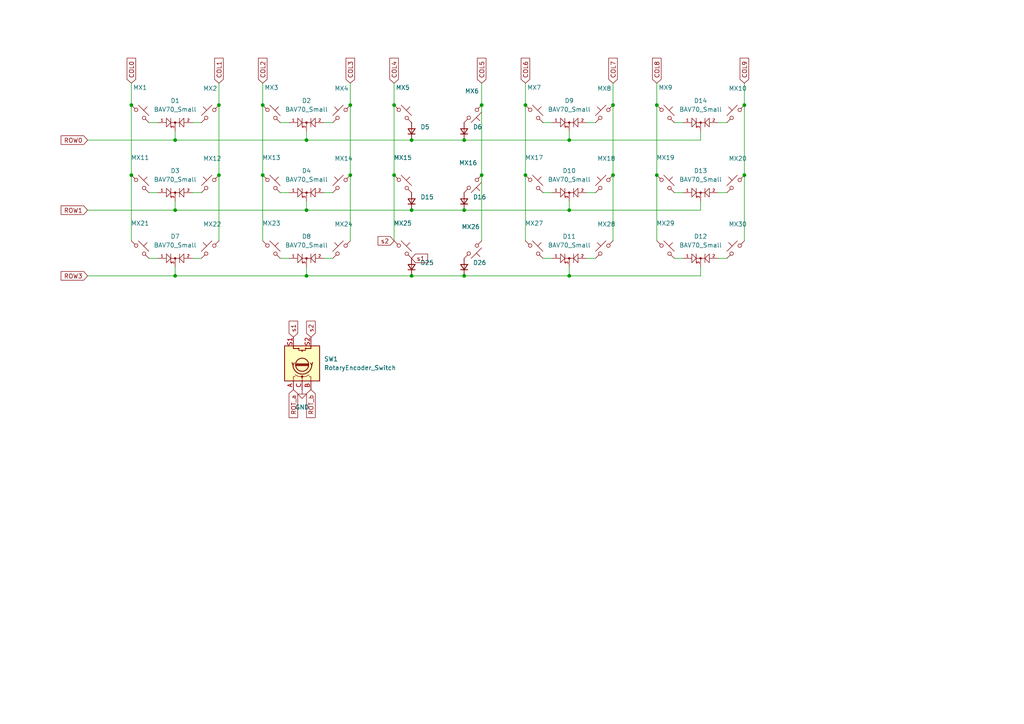
<source format=kicad_sch>
(kicad_sch (version 20231120) (generator "eeschema") (generator_version "8.0")
  (paper "A4")
  (lib_symbols
    (symbol "Device:D_Small" (pin_numbers hide) (pin_names (offset 0.254) hide)
      (property "Reference" "D" (at -1.27 2.032 0))
      (property "Value" "D_Small" (at -3.81 -2.032 0))
      (symbol "D_Small_0_1"
        (polyline (pts (xy -0.762 -1.016) (xy -0.762 1.016)) (stroke (width 0.254)))
        (polyline (pts (xy -0.762 0) (xy 0.762 0)))
        (polyline (pts (xy 0.762 -1.016) (xy -0.762 0) (xy 0.762 1.016) (xy 0.762 -1.016)) (stroke (width 0.254)))
      )
      (symbol "D_Small_1_1"
        (pin passive line (at -2.54 0 0) (length 1.778) (name "K") (number "1"))
        (pin passive line (at 2.54 0 180) (length 1.778) (name "A") (number "2"))
      )
    )
    (symbol "Device:RotaryEncoder_Switch" (pin_names (offset 0.254) hide)
      (property "Reference" "SW" (at 0 6.604 0))
      (property "Value" "RotaryEncoder_Switch" (at 0 -6.604 0))
      (symbol "RotaryEncoder_Switch_0_1"
        (rectangle (start -5.08 5.08) (end 5.08 -5.08) (stroke (width 0.254)) (fill (type background)))
        (circle (center -3.81 0) (radius 0.254) (fill (type outline)))
        (circle (center -0.381 0) (radius 1.905) (stroke (width 0.254)))
        (arc (start -0.381 2.667) (mid -3.0988 -0.0635) (end -0.381 -2.794) (stroke (width 0.254)))
        (polyline (pts (xy -0.635 -1.778) (xy -0.635 1.778)) (stroke (width 0.254)))
        (polyline (pts (xy -0.381 -1.778) (xy -0.381 1.778)) (stroke (width 0.254)))
        (polyline (pts (xy -0.127 1.778) (xy -0.127 -1.778)) (stroke (width 0.254)))
        (polyline (pts (xy 3.81 0) (xy 3.429 0)) (stroke (width 0.254)))
        (polyline (pts (xy 3.81 1.016) (xy 3.81 -1.016)) (stroke (width 0.254)))
        (polyline (pts (xy -5.08 -2.54) (xy -3.81 -2.54) (xy -3.81 -2.032)))
        (polyline (pts (xy -5.08 2.54) (xy -3.81 2.54) (xy -3.81 2.032)))
        (polyline (pts (xy 0.254 -3.048) (xy -0.508 -2.794) (xy 0.127 -2.413)) (stroke (width 0.254)))
        (polyline (pts (xy 0.254 2.921) (xy -0.508 2.667) (xy 0.127 2.286)) (stroke (width 0.254)))
        (polyline (pts (xy 5.08 -2.54) (xy 4.318 -2.54) (xy 4.318 -1.016)) (stroke (width 0.254)))
        (polyline (pts (xy 5.08 2.54) (xy 4.318 2.54) (xy 4.318 1.016)) (stroke (width 0.254)))
        (polyline (pts (xy -5.08 0) (xy -3.81 0) (xy -3.81 -1.016) (xy -3.302 -2.032)))
        (polyline (pts (xy -4.318 0) (xy -3.81 0) (xy -3.81 1.016) (xy -3.302 2.032)))
        (circle (center 4.318 -1.016) (radius 0.127) (stroke (width 0.254)))
        (circle (center 4.318 1.016) (radius 0.127) (stroke (width 0.254)))
      )
      (symbol "RotaryEncoder_Switch_1_1"
        (pin passive line (at -7.62 2.54 0) (length 2.54) (name "A") (number "A"))
        (pin passive line (at -7.62 -2.54 0) (length 2.54) (name "B") (number "B"))
        (pin passive line (at -7.62 0 0) (length 2.54) (name "C") (number "C"))
        (pin passive line (at 7.62 2.54 180) (length 2.54) (name "S1") (number "S1"))
        (pin passive line (at 7.62 -2.54 180) (length 2.54) (name "S2") (number "S2"))
      )
    )
    (symbol "PCM_marbastlib-mx:MX_SW_HS_CPG151101S11" (pin_numbers hide) (pin_names (offset 1.016) hide)
      (property "Reference" "MX" (at 3.048 1.016 0))
      (property "Value" "MX_SW_HS" (at 0 -3.81 0))
      (symbol "MX_SW_HS_CPG151101S11_0_1"
        (circle (center -1.1684 1.1684) (radius 0.508))
        (polyline (pts (xy -0.508 2.54) (xy 2.54 -0.508)))
        (polyline (pts (xy 1.016 1.016) (xy 2.032 2.032)))
        (polyline (pts (xy -2.54 2.54) (xy -1.524 1.524) (xy -1.524 1.524)))
        (polyline (pts (xy 1.524 -1.524) (xy 2.54 -2.54) (xy 2.54 -2.54) (xy 2.54 -2.54)))
        (circle (center 1.143 -1.1938) (radius 0.508))
        (pin passive line (at -2.54 2.54 0) (length 0) (name "1") (number "1"))
        (pin passive line (at 2.54 -2.54 180) (length 0) (name "2") (number "2"))
      )
    )
    (symbol "PCM_marbastlib-various:BAV70_Small" (pin_names (offset 0.762) hide)
      (property "Reference" "D" (at 0.635 -2.54 0))
      (property "Value" "BAV70_Small" (at 0 2.54 0))
      (symbol "BAV70_Small_0_1"
        (polyline (pts (xy -1.27 1.27) (xy -1.27 -1.27)))
        (polyline (pts (xy 1.27 0) (xy -1.27 0)))
        (polyline (pts (xy 1.27 1.27) (xy 1.27 -1.27)))
        (polyline (pts (xy -2.54 1.27) (xy -2.54 -1.27) (xy -1.27 0) (xy -2.54 1.27)))
        (polyline (pts (xy 2.54 1.27) (xy 2.54 -1.27) (xy 1.27 0) (xy 2.54 1.27)))
        (circle (center 0 0) (radius 0.254) (fill (type outline)))
      )
      (symbol "BAV70_Small_1_1"
        (pin input line (at -5.08 0 0) (length 2.54) (name "A1") (number "1"))
        (pin input line (at 5.08 0 180) (length 2.54) (name "A2") (number "2"))
        (pin passive line (at 0 -2.54 90) (length 2.54) (name "K") (number "3"))
      )
    )
    (symbol "power:GND" (power) (pin_numbers hide) (pin_names (offset 0) hide)
      (property "Value" "GND" (at 0 -3.81 0))
      (symbol "GND_0_1"
        (polyline (pts (xy 0 0) (xy 0 -1.27) (xy 1.27 -1.27) (xy 0 -2.54) (xy -1.27 -1.27) (xy 0 -1.27)))
      )
      (symbol "GND_1_1"
        (pin power_in line (at 0 0 270) (length 0) (name "~") (number "1"))
      )
    )
  )
  (junction (at 76.2 30.48))
  (junction (at 88.9 40.64))
  (junction (at 50.8 60.96))
  (junction (at 63.5 50.8))
  (junction (at 119.38 80.01))
  (junction (at 139.7 50.8))
  (junction (at 152.4 30.48))
  (junction (at 101.6 50.8))
  (junction (at 63.5 30.48))
  (junction (at 50.8 40.64))
  (junction (at 50.8 80.01))
  (junction (at 38.1 50.8))
  (junction (at 114.3 50.8))
  (junction (at 38.1 30.48))
  (junction (at 215.9 50.8))
  (junction (at 139.7 30.48))
  (junction (at 101.6 30.48))
  (junction (at 134.62 60.96))
  (junction (at 165.1 80.01))
  (junction (at 177.8 50.8))
  (junction (at 165.1 60.96))
  (junction (at 190.5 30.48))
  (junction (at 119.38 40.64))
  (junction (at 152.4 50.8))
  (junction (at 119.38 60.96))
  (junction (at 165.1 40.64))
  (junction (at 177.8 30.48))
  (junction (at 114.3 30.48))
  (junction (at 215.9 30.48))
  (junction (at 134.62 80.01))
  (junction (at 190.5 50.8))
  (junction (at 88.9 80.01))
  (junction (at 88.9 60.96))
  (junction (at 76.2 50.8))
  (junction (at 134.62 40.64))
  (wire (pts (xy 93.98 55.88) (xy 96.52 55.88)))
  (wire (pts (xy 157.48 55.88) (xy 160.02 55.88)))
  (wire (pts (xy 55.88 55.88) (xy 58.42 55.88)))
  (wire (pts (xy 170.18 74.93) (xy 172.72 74.93)))
  (wire (pts (xy 38.1 30.48) (xy 38.1 50.8)))
  (wire (pts (xy 50.8 60.96) (xy 88.9 60.96)))
  (wire (pts (xy 152.4 30.48) (xy 152.4 50.8)))
  (wire (pts (xy 76.2 30.48) (xy 76.2 50.8)))
  (wire (pts (xy 43.18 55.88) (xy 45.72 55.88)))
  (wire (pts (xy 88.9 60.96) (xy 88.9 58.42)))
  (wire (pts (xy 195.58 55.88) (xy 198.12 55.88)))
  (wire (pts (xy 203.2 80.01) (xy 203.2 77.47)))
  (wire (pts (xy 119.38 40.64) (xy 134.62 40.64)))
  (wire (pts (xy 195.58 35.56) (xy 198.12 35.56)))
  (wire (pts (xy 203.2 40.64) (xy 203.2 38.1)))
  (wire (pts (xy 93.98 35.56) (xy 96.52 35.56)))
  (wire (pts (xy 177.8 24.13) (xy 177.8 30.48)))
  (wire (pts (xy 50.8 40.64) (xy 88.9 40.64)))
  (wire (pts (xy 165.1 60.96) (xy 203.2 60.96)))
  (wire (pts (xy 50.8 80.01) (xy 88.9 80.01)))
  (wire (pts (xy 63.5 30.48) (xy 63.5 50.8)))
  (wire (pts (xy 165.1 80.01) (xy 165.1 77.47)))
  (wire (pts (xy 165.1 80.01) (xy 203.2 80.01)))
  (wire (pts (xy 139.7 24.13) (xy 139.7 30.48)))
  (wire (pts (xy 177.8 30.48) (xy 177.8 50.8)))
  (wire (pts (xy 203.2 60.96) (xy 203.2 58.42)))
  (wire (pts (xy 88.9 60.96) (xy 119.38 60.96)))
  (wire (pts (xy 215.9 50.8) (xy 215.9 69.85)))
  (wire (pts (xy 215.9 24.13) (xy 215.9 30.48)))
  (wire (pts (xy 139.7 50.8) (xy 139.7 69.85)))
  (wire (pts (xy 88.9 80.01) (xy 119.38 80.01)))
  (wire (pts (xy 88.9 80.01) (xy 88.9 77.47)))
  (wire (pts (xy 190.5 24.13) (xy 190.5 30.48)))
  (wire (pts (xy 81.28 55.88) (xy 83.82 55.88)))
  (wire (pts (xy 81.28 35.56) (xy 83.82 35.56)))
  (wire (pts (xy 165.1 40.64) (xy 165.1 38.1)))
  (wire (pts (xy 139.7 30.48) (xy 139.7 50.8)))
  (wire (pts (xy 134.62 40.64) (xy 165.1 40.64)))
  (wire (pts (xy 50.8 80.01) (xy 50.8 77.47)))
  (wire (pts (xy 76.2 50.8) (xy 76.2 69.85)))
  (wire (pts (xy 114.3 30.48) (xy 114.3 50.8)))
  (wire (pts (xy 88.9 40.64) (xy 88.9 38.1)))
  (wire (pts (xy 55.88 35.56) (xy 58.42 35.56)))
  (wire (pts (xy 76.2 24.13) (xy 76.2 30.48)))
  (wire (pts (xy 152.4 50.8) (xy 152.4 69.85)))
  (wire (pts (xy 25.4 40.64) (xy 50.8 40.64)))
  (wire (pts (xy 55.88 74.93) (xy 58.42 74.93)))
  (wire (pts (xy 50.8 40.64) (xy 50.8 38.1)))
  (wire (pts (xy 170.18 35.56) (xy 172.72 35.56)))
  (wire (pts (xy 134.62 60.96) (xy 165.1 60.96)))
  (wire (pts (xy 208.28 55.88) (xy 210.82 55.88)))
  (wire (pts (xy 25.4 60.96) (xy 50.8 60.96)))
  (wire (pts (xy 119.38 80.01) (xy 134.62 80.01)))
  (wire (pts (xy 195.58 74.93) (xy 198.12 74.93)))
  (wire (pts (xy 114.3 50.8) (xy 114.3 69.85)))
  (wire (pts (xy 93.98 74.93) (xy 96.52 74.93)))
  (wire (pts (xy 165.1 40.64) (xy 203.2 40.64)))
  (wire (pts (xy 101.6 24.13) (xy 101.6 30.48)))
  (wire (pts (xy 25.4 80.01) (xy 50.8 80.01)))
  (wire (pts (xy 81.28 74.93) (xy 83.82 74.93)))
  (wire (pts (xy 134.62 80.01) (xy 165.1 80.01)))
  (wire (pts (xy 63.5 50.8) (xy 63.5 69.85)))
  (wire (pts (xy 101.6 30.48) (xy 101.6 50.8)))
  (wire (pts (xy 157.48 74.93) (xy 160.02 74.93)))
  (wire (pts (xy 43.18 74.93) (xy 45.72 74.93)))
  (wire (pts (xy 43.18 35.56) (xy 45.72 35.56)))
  (wire (pts (xy 114.3 24.13) (xy 114.3 30.48)))
  (wire (pts (xy 157.48 35.56) (xy 160.02 35.56)))
  (wire (pts (xy 88.9 40.64) (xy 119.38 40.64)))
  (wire (pts (xy 170.18 55.88) (xy 172.72 55.88)))
  (wire (pts (xy 190.5 50.8) (xy 190.5 69.85)))
  (wire (pts (xy 38.1 24.13) (xy 38.1 30.48)))
  (wire (pts (xy 208.28 35.56) (xy 210.82 35.56)))
  (wire (pts (xy 152.4 24.13) (xy 152.4 30.48)))
  (wire (pts (xy 50.8 60.96) (xy 50.8 58.42)))
  (wire (pts (xy 63.5 24.13) (xy 63.5 30.48)))
  (wire (pts (xy 208.28 74.93) (xy 210.82 74.93)))
  (wire (pts (xy 38.1 50.8) (xy 38.1 69.85)))
  (wire (pts (xy 119.38 60.96) (xy 134.62 60.96)))
  (wire (pts (xy 101.6 50.8) (xy 101.6 69.85)))
  (wire (pts (xy 215.9 30.48) (xy 215.9 50.8)))
  (wire (pts (xy 190.5 30.48) (xy 190.5 50.8)))
  (wire (pts (xy 177.8 50.8) (xy 177.8 69.85)))
  (wire (pts (xy 165.1 60.96) (xy 165.1 58.42)))
  (global_label "COL3" (shape input) (at 101.6 24.13 90) (property "Intersheetrefs" "${INTERSHEET_REFS}" (effects (hide yes))))
  (global_label "COL2" (shape input) (at 76.2 24.13 90) (property "Intersheetrefs" "${INTERSHEET_REFS}" (effects (hide yes))))
  (global_label "s1" (shape input) (at 85.09 97.79 90) (property "Intersheetrefs" "${INTERSHEET_REFS}" (effects (hide yes))))
  (global_label "ROW1" (shape input) (at 25.4 60.96 180) (property "Intersheetrefs" "${INTERSHEET_REFS}" (effects (hide yes))))
  (global_label "COL4" (shape input) (at 114.3 24.13 90) (property "Intersheetrefs" "${INTERSHEET_REFS}" (effects (hide yes))))
  (global_label "COL5" (shape input) (at 139.7 24.13 90) (property "Intersheetrefs" "${INTERSHEET_REFS}" (effects (hide yes))))
  (global_label "s2" (shape input) (at 90.17 97.79 90) (property "Intersheetrefs" "${INTERSHEET_REFS}" (effects (hide yes))))
  (global_label "ROT_b" (shape input) (at 90.17 113.03 270) (property "Intersheetrefs" "${INTERSHEET_REFS}" (effects (hide yes))))
  (global_label "s1" (shape input) (at 119.38 74.93 0) (property "Intersheetrefs" "${INTERSHEET_REFS}" (effects (hide yes))))
  (global_label "COL9" (shape input) (at 215.9 24.13 90) (property "Intersheetrefs" "${INTERSHEET_REFS}" (effects (hide yes))))
  (global_label "COL8" (shape input) (at 190.5 24.13 90) (property "Intersheetrefs" "${INTERSHEET_REFS}" (effects (hide yes))))
  (global_label "COL1" (shape input) (at 63.5 24.13 90) (property "Intersheetrefs" "${INTERSHEET_REFS}" (effects (hide yes))))
  (global_label "COL6" (shape input) (at 152.4 24.13 90) (property "Intersheetrefs" "${INTERSHEET_REFS}" (effects (hide yes))))
  (global_label "ROW3" (shape input) (at 25.4 80.01 180) (property "Intersheetrefs" "${INTERSHEET_REFS}" (effects (hide yes))))
  (global_label "s2" (shape input) (at 114.3 69.85 180) (property "Intersheetrefs" "${INTERSHEET_REFS}" (effects (hide yes))))
  (global_label "COL7" (shape input) (at 177.8 24.13 90) (property "Intersheetrefs" "${INTERSHEET_REFS}" (effects (hide yes))))
  (global_label "ROW0" (shape input) (at 25.4 40.64 180) (property "Intersheetrefs" "${INTERSHEET_REFS}" (effects (hide yes))))
  (global_label "COL0" (shape input) (at 38.1 24.13 90) (property "Intersheetrefs" "${INTERSHEET_REFS}" (effects (hide yes))))
  (global_label "ROT_a" (shape input) (at 85.09 113.03 270) (property "Intersheetrefs" "${INTERSHEET_REFS}" (effects (hide yes))))
  (symbol (lib_id "PCM_marbastlib-various:BAV70_Small") (at 88.9 35.56 0) (unit 1)
    (property "Reference" "D2" (at 88.9 29.21 0))
    (property "Value" "BAV70_Small" (at 88.9 31.75 0))
    (property "Footprint" "Package_TO_SOT_SMD:SOT-23" (effects (hide yes)))
    (property "Datasheet" "https://assets.nexperia.com/documents/data-sheet/BAV70_SER.pdf" (effects (hide yes)))
  )
  (symbol (lib_id "PCM_marbastlib-various:BAV70_Small") (at 50.8 74.93 0) (unit 1)
    (property "Reference" "D7" (at 50.8 68.58 0))
    (property "Value" "BAV70_Small" (at 50.8 71.12 0))
    (property "Footprint" "Package_TO_SOT_SMD:SOT-23" (effects (hide yes)))
    (property "Datasheet" "https://assets.nexperia.com/documents/data-sheet/BAV70_SER.pdf" (effects (hide yes)))
  )
  (symbol (lib_id "PCM_marbastlib-mx:MX_SW_HS_CPG151101S11") (at 213.36 33.02 90) (unit 1)
    (property "Reference" "MX10" (at 211.328 25.654 90) (effects (justify right)))
    (property "Value" "MX_SW_HS" (effects (hide yes)))
    (property "Footprint" "PCM_marbastlib-mx:SW_MX_HS_CPG151101S11_1.5u" (effects (hide yes)))
    (property "Description" "Push button switch, normally open, two pins, 45° tilted, Kailh CPG151101S11 for Cherry MX style switches" (effects (hide yes)))
  )
  (symbol (lib_id "PCM_marbastlib-various:BAV70_Small") (at 50.8 55.88 0) (unit 1)
    (property "Reference" "D3" (at 50.8 49.53 0))
    (property "Value" "BAV70_Small" (at 50.8 52.07 0))
    (property "Footprint" "Package_TO_SOT_SMD:SOT-23" (effects (hide yes)))
    (property "Datasheet" "https://assets.nexperia.com/documents/data-sheet/BAV70_SER.pdf" (effects (hide yes)))
  )
  (symbol (lib_id "PCM_marbastlib-various:BAV70_Small") (at 203.2 55.88 0) (unit 1)
    (property "Reference" "D13" (at 203.2 49.53 0))
    (property "Value" "BAV70_Small" (at 203.2 52.07 0))
    (property "Footprint" "Package_TO_SOT_SMD:SOT-23" (effects (hide yes)))
    (property "Datasheet" "https://assets.nexperia.com/documents/data-sheet/BAV70_SER.pdf" (effects (hide yes)))
  )
  (symbol (lib_id "PCM_marbastlib-mx:MX_SW_HS_CPG151101S11") (at 116.84 33.02 0) (unit 1)
    (property "Reference" "MX5" (at 116.84 25.4 0))
    (property "Value" "MX_SW_HS" (effects (hide yes)))
    (property "Footprint" "PCM_marbastlib-mx:SW_MX_HS_CPG151101S11_1u" (effects (hide yes)))
    (property "Description" "Push button switch, normally open, two pins, 45° tilted, Kailh CPG151101S11 for Cherry MX style switches" (effects (hide yes)))
  )
  (symbol (lib_id "PCM_marbastlib-mx:MX_SW_HS_CPG151101S11") (at 116.84 72.39 0) (unit 1)
    (property "Reference" "MX25" (at 116.84 64.77 0))
    (property "Value" "MX_SW_HS" (effects (hide yes)))
    (property "Footprint" "PCM_marbastlib-mx:SW_MX_HS_CPG151101S11_1u" (effects (hide yes)))
    (property "Description" "Push button switch, normally open, two pins, 45° tilted, Kailh CPG151101S11 for Cherry MX style switches" (effects (hide yes)))
  )
  (symbol (lib_id "PCM_marbastlib-mx:MX_SW_HS_CPG151101S11") (at 175.26 72.39 90) (unit 1)
    (property "Reference" "MX28" (at 173.228 65.024 90) (effects (justify right)))
    (property "Value" "MX_SW_HS" (effects (hide yes)))
    (property "Footprint" "PCM_marbastlib-mx:SW_MX_HS_CPG151101S11_1u" (effects (hide yes)))
    (property "Description" "Push button switch, normally open, two pins, 45° tilted, Kailh CPG151101S11 for Cherry MX style switches" (effects (hide yes)))
  )
  (symbol (lib_id "PCM_marbastlib-mx:MX_SW_HS_CPG151101S11") (at 40.64 53.34 0) (unit 1)
    (property "Reference" "MX11" (at 40.64 45.72 0))
    (property "Value" "MX_SW_HS" (effects (hide yes)))
    (property "Footprint" "PCM_marbastlib-mx:SW_MX_HS_CPG151101S11_1.25u" (effects (hide yes)))
    (property "Description" "Push button switch, normally open, two pins, 45° tilted, Kailh CPG151101S11 for Cherry MX style switches" (effects (hide yes)))
  )
  (symbol (lib_id "PCM_marbastlib-mx:MX_SW_HS_CPG151101S11") (at 60.96 33.02 90) (unit 1)
    (property "Reference" "MX2" (at 58.928 25.654 90) (effects (justify right)))
    (property "Value" "MX_SW_HS" (effects (hide yes)))
    (property "Footprint" "PCM_marbastlib-mx:SW_MX_HS_CPG151101S11_1u" (effects (hide yes)))
    (property "Description" "Push button switch, normally open, two pins, 45° tilted, Kailh CPG151101S11 for Cherry MX style switches" (effects (hide yes)))
  )
  (symbol (lib_id "PCM_marbastlib-mx:MX_SW_HS_CPG151101S11") (at 193.04 53.34 0) (unit 1)
    (property "Reference" "MX19" (at 193.04 45.72 0))
    (property "Value" "MX_SW_HS" (effects (hide yes)))
    (property "Footprint" "PCM_marbastlib-mx:SW_MX_HS_CPG151101S11_1u" (effects (hide yes)))
    (property "Description" "Push button switch, normally open, two pins, 45° tilted, Kailh CPG151101S11 for Cherry MX style switches" (effects (hide yes)))
  )
  (symbol (lib_id "PCM_marbastlib-mx:MX_SW_HS_CPG151101S11") (at 175.26 53.34 90) (unit 1)
    (property "Reference" "MX18" (at 173.228 45.974 90) (effects (justify right)))
    (property "Value" "MX_SW_HS" (effects (hide yes)))
    (property "Footprint" "PCM_marbastlib-mx:SW_MX_HS_CPG151101S11_1u" (effects (hide yes)))
    (property "Description" "Push button switch, normally open, two pins, 45° tilted, Kailh CPG151101S11 for Cherry MX style switches" (effects (hide yes)))
  )
  (symbol (lib_id "Device:D_Small") (at 119.38 77.47 90) (unit 1)
    (property "Reference" "D25" (at 121.92 76.1999 90) (effects (justify right)))
    (property "Value" "D_Small" (effects (hide yes)))
    (property "Footprint" "Diode_SMD:D_SOD-123F" (effects (hide yes)))
    (property "Description" "Diode, small symbol" (effects (hide yes)))
    (property "Sim.Device" "D" (effects (hide yes)))
    (property "Sim.Pins" "1=K 2=A" (effects (hide yes)))
  )
  (symbol (lib_id "PCM_marbastlib-various:BAV70_Small") (at 88.9 55.88 0) (unit 1)
    (property "Reference" "D4" (at 88.9 49.53 0))
    (property "Value" "BAV70_Small" (at 88.9 52.07 0))
    (property "Footprint" "Package_TO_SOT_SMD:SOT-23" (effects (hide yes)))
    (property "Datasheet" "https://assets.nexperia.com/documents/data-sheet/BAV70_SER.pdf" (effects (hide yes)))
  )
  (symbol (lib_id "Device:D_Small") (at 134.62 38.1 90) (unit 1)
    (property "Reference" "D6" (at 137.16 36.8299 90) (effects (justify right)))
    (property "Value" "D_Small" (effects (hide yes)))
    (property "Footprint" "Diode_SMD:D_SOD-123F" (effects (hide yes)))
    (property "Description" "Diode, small symbol" (effects (hide yes)))
    (property "Sim.Device" "D" (effects (hide yes)))
    (property "Sim.Pins" "1=K 2=A" (effects (hide yes)))
  )
  (symbol (lib_id "PCM_marbastlib-mx:MX_SW_HS_CPG151101S11") (at 60.96 72.39 90) (unit 1)
    (property "Reference" "MX22" (at 58.928 65.024 90) (effects (justify right)))
    (property "Value" "MX_SW_HS" (effects (hide yes)))
    (property "Footprint" "PCM_marbastlib-mx:SW_MX_HS_CPG151101S11_1u" (effects (hide yes)))
    (property "Description" "Push button switch, normally open, two pins, 45° tilted, Kailh CPG151101S11 for Cherry MX style switches" (effects (hide yes)))
  )
  (symbol (lib_id "PCM_marbastlib-mx:MX_SW_HS_CPG151101S11") (at 116.84 53.34 0) (unit 1)
    (property "Reference" "MX15" (at 116.84 45.72 0))
    (property "Value" "MX_SW_HS" (effects (hide yes)))
    (property "Footprint" "PCM_marbastlib-mx:SW_MX_HS_CPG151101S11_1u" (effects (hide yes)))
    (property "Description" "Push button switch, normally open, two pins, 45° tilted, Kailh CPG151101S11 for Cherry MX style switches" (effects (hide yes)))
  )
  (symbol (lib_id "PCM_marbastlib-mx:MX_SW_HS_CPG151101S11") (at 154.94 33.02 0) (unit 1)
    (property "Reference" "MX7" (at 154.94 25.4 0))
    (property "Value" "MX_SW_HS" (effects (hide yes)))
    (property "Footprint" "PCM_marbastlib-mx:SW_MX_HS_CPG151101S11_1u" (effects (hide yes)))
    (property "Description" "Push button switch, normally open, two pins, 45° tilted, Kailh CPG151101S11 for Cherry MX style switches" (effects (hide yes)))
  )
  (symbol (lib_id "PCM_marbastlib-mx:MX_SW_HS_CPG151101S11") (at 78.74 72.39 0) (unit 1)
    (property "Reference" "MX23" (at 78.74 64.77 0))
    (property "Value" "MX_SW_HS" (effects (hide yes)))
    (property "Footprint" "PCM_marbastlib-mx:SW_MX_HS_CPG151101S11_1u" (effects (hide yes)))
    (property "Description" "Push button switch, normally open, two pins, 45° tilted, Kailh CPG151101S11 for Cherry MX style switches" (effects (hide yes)))
  )
  (symbol (lib_id "PCM_marbastlib-mx:MX_SW_HS_CPG151101S11") (at 40.64 72.39 0) (unit 1)
    (property "Reference" "MX21" (at 40.64 64.77 0))
    (property "Value" "MX_SW_HS" (effects (hide yes)))
    (property "Footprint" "PCM_marbastlib-mx:SW_MX_HS_CPG151101S11_1u" (effects (hide yes)))
    (property "Description" "Push button switch, normally open, two pins, 45° tilted, Kailh CPG151101S11 for Cherry MX style switches" (effects (hide yes)))
  )
  (symbol (lib_id "PCM_marbastlib-various:BAV70_Small") (at 88.9 74.93 0) (unit 1)
    (property "Reference" "D8" (at 88.9 68.58 0))
    (property "Value" "BAV70_Small" (at 88.9 71.12 0))
    (property "Footprint" "Package_TO_SOT_SMD:SOT-23" (effects (hide yes)))
    (property "Datasheet" "https://assets.nexperia.com/documents/data-sheet/BAV70_SER.pdf" (effects (hide yes)))
  )
  (symbol (lib_id "PCM_marbastlib-various:BAV70_Small") (at 165.1 74.93 0) (unit 1)
    (property "Reference" "D11" (at 165.1 68.58 0))
    (property "Value" "BAV70_Small" (at 165.1 71.12 0))
    (property "Footprint" "Package_TO_SOT_SMD:SOT-23" (effects (hide yes)))
    (property "Datasheet" "https://assets.nexperia.com/documents/data-sheet/BAV70_SER.pdf" (effects (hide yes)))
  )
  (symbol (lib_id "Device:D_Small") (at 119.38 38.1 90) (unit 1)
    (property "Reference" "D5" (at 121.92 36.8299 90) (effects (justify right)))
    (property "Value" "D_Small" (effects (hide yes)))
    (property "Footprint" "Diode_SMD:D_SOD-123F" (effects (hide yes)))
    (property "Description" "Diode, small symbol" (effects (hide yes)))
    (property "Sim.Device" "D" (effects (hide yes)))
    (property "Sim.Pins" "1=K 2=A" (effects (hide yes)))
  )
  (symbol (lib_id "power:GND") (at 87.63 113.03 0) (unit 1)
    (property "Reference" "#PWR01" (effects (hide yes)))
    (property "Value" "GND" (at 87.63 118.11 0))
    (property "Description" "Power symbol creates a global label with name \"GND\" , ground" (effects (hide yes)))
  )
  (symbol (lib_id "PCM_marbastlib-various:BAV70_Small") (at 165.1 35.56 0) (unit 1)
    (property "Reference" "D9" (at 165.1 29.21 0))
    (property "Value" "BAV70_Small" (at 165.1 31.75 0))
    (property "Footprint" "Package_TO_SOT_SMD:SOT-23" (effects (hide yes)))
    (property "Datasheet" "https://assets.nexperia.com/documents/data-sheet/BAV70_SER.pdf" (effects (hide yes)))
  )
  (symbol (lib_id "PCM_marbastlib-mx:MX_SW_HS_CPG151101S11") (at 175.26 33.02 90) (unit 1)
    (property "Reference" "MX8" (at 173.228 25.654 90) (effects (justify right)))
    (property "Value" "MX_SW_HS" (effects (hide yes)))
    (property "Footprint" "PCM_marbastlib-mx:SW_MX_HS_CPG151101S11_1u" (effects (hide yes)))
    (property "Description" "Push button switch, normally open, two pins, 45° tilted, Kailh CPG151101S11 for Cherry MX style switches" (effects (hide yes)))
  )
  (symbol (lib_id "PCM_marbastlib-various:BAV70_Small") (at 203.2 35.56 0) (unit 1)
    (property "Reference" "D14" (at 203.2 29.21 0))
    (property "Value" "BAV70_Small" (at 203.2 31.75 0))
    (property "Footprint" "Package_TO_SOT_SMD:SOT-23" (effects (hide yes)))
    (property "Datasheet" "https://assets.nexperia.com/documents/data-sheet/BAV70_SER.pdf" (effects (hide yes)))
  )
  (symbol (lib_id "PCM_marbastlib-mx:MX_SW_HS_CPG151101S11") (at 137.16 72.39 270) (unit 1)
    (property "Reference" "MX26" (at 139.192 65.786 90) (effects (justify right)))
    (property "Value" "MX_SW_HS" (effects (hide yes)))
    (property "Footprint" "PCM_marbastlib-mx:SW_MX_HS_CPG151101S11_1.75u" (effects (hide yes)))
    (property "Description" "Push button switch, normally open, two pins, 45° tilted, Kailh CPG151101S11 for Cherry MX style switches" (effects (hide yes)))
  )
  (symbol (lib_id "PCM_marbastlib-mx:MX_SW_HS_CPG151101S11") (at 78.74 53.34 0) (unit 1)
    (property "Reference" "MX13" (at 78.74 45.72 0))
    (property "Value" "MX_SW_HS" (effects (hide yes)))
    (property "Footprint" "PCM_marbastlib-mx:SW_MX_HS_CPG151101S11_1u" (effects (hide yes)))
    (property "Description" "Push button switch, normally open, two pins, 45° tilted, Kailh CPG151101S11 for Cherry MX style switches" (effects (hide yes)))
  )
  (symbol (lib_id "Device:RotaryEncoder_Switch") (at 87.63 105.41 90) (unit 1)
    (property "Reference" "SW1" (at 93.98 104.1399 90) (effects (justify right)))
    (property "Value" "RotaryEncoder_Switch" (at 93.98 106.6799 90) (effects (justify right)))
    (property "Footprint" "PCM_marbastlib-various:ROT_Alps_EC11E-Switch" (effects (hide yes)))
    (property "Description" "Rotary encoder, dual channel, incremental quadrate outputs, with switch" (effects (hide yes)))
  )
  (symbol (lib_id "PCM_marbastlib-mx:MX_SW_HS_CPG151101S11") (at 78.74 33.02 0) (unit 1)
    (property "Reference" "MX3" (at 78.74 25.4 0))
    (property "Value" "MX_SW_HS" (effects (hide yes)))
    (property "Footprint" "PCM_marbastlib-mx:SW_MX_HS_CPG151101S11_1u" (effects (hide yes)))
    (property "Description" "Push button switch, normally open, two pins, 45° tilted, Kailh CPG151101S11 for Cherry MX style switches" (effects (hide yes)))
  )
  (symbol (lib_id "Device:D_Small") (at 134.62 77.47 90) (unit 1)
    (property "Reference" "D26" (at 137.16 76.1999 90) (effects (justify right)))
    (property "Value" "D_Small" (effects (hide yes)))
    (property "Footprint" "Diode_SMD:D_SOD-123F" (effects (hide yes)))
    (property "Description" "Diode, small symbol" (effects (hide yes)))
    (property "Sim.Device" "D" (effects (hide yes)))
    (property "Sim.Pins" "1=K 2=A" (effects (hide yes)))
  )
  (symbol (lib_id "Device:D_Small") (at 134.62 58.42 90) (unit 1)
    (property "Reference" "D16" (at 137.16 57.1499 90) (effects (justify right)))
    (property "Value" "D_Small" (effects (hide yes)))
    (property "Footprint" "Diode_SMD:D_SOD-123F" (effects (hide yes)))
    (property "Description" "Diode, small symbol" (effects (hide yes)))
    (property "Sim.Device" "D" (effects (hide yes)))
    (property "Sim.Pins" "1=K 2=A" (effects (hide yes)))
  )
  (symbol (lib_id "PCM_marbastlib-various:BAV70_Small") (at 165.1 55.88 0) (unit 1)
    (property "Reference" "D10" (at 165.1 49.53 0))
    (property "Value" "BAV70_Small" (at 165.1 52.07 0))
    (property "Footprint" "Package_TO_SOT_SMD:SOT-23" (effects (hide yes)))
    (property "Datasheet" "https://assets.nexperia.com/documents/data-sheet/BAV70_SER.pdf" (effects (hide yes)))
  )
  (symbol (lib_id "PCM_marbastlib-mx:MX_SW_HS_CPG151101S11") (at 154.94 72.39 0) (unit 1)
    (property "Reference" "MX27" (at 154.94 64.77 0))
    (property "Value" "MX_SW_HS" (effects (hide yes)))
    (property "Footprint" "PCM_marbastlib-mx:SW_MX_HS_CPG151101S11_1u" (effects (hide yes)))
    (property "Description" "Push button switch, normally open, two pins, 45° tilted, Kailh CPG151101S11 for Cherry MX style switches" (effects (hide yes)))
  )
  (symbol (lib_id "PCM_marbastlib-various:BAV70_Small") (at 203.2 74.93 0) (unit 1)
    (property "Reference" "D12" (at 203.2 68.58 0))
    (property "Value" "BAV70_Small" (at 203.2 71.12 0))
    (property "Footprint" "Package_TO_SOT_SMD:SOT-23" (effects (hide yes)))
    (property "Datasheet" "https://assets.nexperia.com/documents/data-sheet/BAV70_SER.pdf" (effects (hide yes)))
  )
  (symbol (lib_id "PCM_marbastlib-mx:MX_SW_HS_CPG151101S11") (at 193.04 33.02 0) (unit 1)
    (property "Reference" "MX9" (at 193.04 25.4 0))
    (property "Value" "MX_SW_HS" (effects (hide yes)))
    (property "Footprint" "PCM_marbastlib-mx:SW_MX_HS_CPG151101S11_1u" (effects (hide yes)))
    (property "Description" "Push button switch, normally open, two pins, 45° tilted, Kailh CPG151101S11 for Cherry MX style switches" (effects (hide yes)))
  )
  (symbol (lib_id "PCM_marbastlib-mx:MX_SW_HS_CPG151101S11") (at 213.36 53.34 90) (unit 1)
    (property "Reference" "MX20" (at 211.328 45.974 90) (effects (justify right)))
    (property "Value" "MX_SW_HS" (effects (hide yes)))
    (property "Footprint" "PCM_marbastlib-mx:SW_MX_HS_CPG151101S11_1.25u" (effects (hide yes)))
    (property "Description" "Push button switch, normally open, two pins, 45° tilted, Kailh CPG151101S11 for Cherry MX style switches" (effects (hide yes)))
  )
  (symbol (lib_id "PCM_marbastlib-mx:MX_SW_HS_CPG151101S11") (at 137.16 33.02 270) (unit 1)
    (property "Reference" "MX6" (at 138.938 26.416 90) (effects (justify right)))
    (property "Value" "MX_SW_HS" (effects (hide yes)))
    (property "Footprint" "PCM_marbastlib-mx:SW_MX_HS_CPG151101S11_1u" (effects (hide yes)))
    (property "Description" "Push button switch, normally open, two pins, 45° tilted, Kailh CPG151101S11 for Cherry MX style switches" (effects (hide yes)))
  )
  (symbol (lib_id "PCM_marbastlib-mx:MX_SW_HS_CPG151101S11") (at 99.06 53.34 90) (unit 1)
    (property "Reference" "MX14" (at 97.028 45.974 90) (effects (justify right)))
    (property "Value" "MX_SW_HS" (effects (hide yes)))
    (property "Footprint" "PCM_marbastlib-mx:SW_MX_HS_CPG151101S11_1u" (effects (hide yes)))
    (property "Description" "Push button switch, normally open, two pins, 45° tilted, Kailh CPG151101S11 for Cherry MX style switches" (effects (hide yes)))
  )
  (symbol (lib_id "PCM_marbastlib-mx:MX_SW_HS_CPG151101S11") (at 99.06 33.02 90) (unit 1)
    (property "Reference" "MX4" (at 97.028 25.654 90) (effects (justify right)))
    (property "Value" "MX_SW_HS" (effects (hide yes)))
    (property "Footprint" "PCM_marbastlib-mx:SW_MX_HS_CPG151101S11_1u" (effects (hide yes)))
    (property "Description" "Push button switch, normally open, two pins, 45° tilted, Kailh CPG151101S11 for Cherry MX style switches" (effects (hide yes)))
  )
  (symbol (lib_id "PCM_marbastlib-various:BAV70_Small") (at 50.8 35.56 0) (unit 1)
    (property "Reference" "D1" (at 50.8 29.21 0))
    (property "Value" "BAV70_Small" (at 50.8 31.75 0))
    (property "Footprint" "Package_TO_SOT_SMD:SOT-23" (effects (hide yes)))
    (property "Datasheet" "https://assets.nexperia.com/documents/data-sheet/BAV70_SER.pdf" (effects (hide yes)))
  )
  (symbol (lib_id "PCM_marbastlib-mx:MX_SW_HS_CPG151101S11") (at 60.96 53.34 90) (unit 1)
    (property "Reference" "MX12" (at 58.928 45.974 90) (effects (justify right)))
    (property "Value" "MX_SW_HS" (effects (hide yes)))
    (property "Footprint" "PCM_marbastlib-mx:SW_MX_HS_CPG151101S11_1u" (effects (hide yes)))
    (property "Description" "Push button switch, normally open, two pins, 45° tilted, Kailh CPG151101S11 for Cherry MX style switches" (effects (hide yes)))
  )
  (symbol (lib_id "PCM_marbastlib-mx:MX_SW_HS_CPG151101S11") (at 99.06 72.39 90) (unit 1)
    (property "Reference" "MX24" (at 97.028 65.024 90) (effects (justify right)))
    (property "Value" "MX_SW_HS" (effects (hide yes)))
    (property "Footprint" "PCM_marbastlib-mx:SW_MX_HS_CPG151101S11_1u" (effects (hide yes)))
    (property "Description" "Push button switch, normally open, two pins, 45° tilted, Kailh CPG151101S11 for Cherry MX style switches" (effects (hide yes)))
  )
  (symbol (lib_id "Device:D_Small") (at 119.38 58.42 90) (unit 1)
    (property "Reference" "D15" (at 121.92 57.1499 90) (effects (justify right)))
    (property "Value" "D_Small" (effects (hide yes)))
    (property "Footprint" "Diode_SMD:D_SOD-123F" (effects (hide yes)))
    (property "Description" "Diode, small symbol" (effects (hide yes)))
    (property "Sim.Device" "D" (effects (hide yes)))
    (property "Sim.Pins" "1=K 2=A" (effects (hide yes)))
  )
  (symbol (lib_id "PCM_marbastlib-mx:MX_SW_HS_CPG151101S11") (at 154.94 53.34 0) (unit 1)
    (property "Reference" "MX17" (at 154.94 45.72 0))
    (property "Value" "MX_SW_HS" (effects (hide yes)))
    (property "Footprint" "PCM_marbastlib-mx:SW_MX_HS_CPG151101S11_1u" (effects (hide yes)))
    (property "Description" "Push button switch, normally open, two pins, 45° tilted, Kailh CPG151101S11 for Cherry MX style switches" (effects (hide yes)))
  )
  (symbol (lib_id "PCM_marbastlib-mx:MX_SW_HS_CPG151101S11") (at 137.16 53.34 270) (unit 1)
    (property "Reference" "MX16" (at 138.43 47.244 90) (effects (justify right)))
    (property "Value" "MX_SW_HS" (effects (hide yes)))
    (property "Footprint" "PCM_marbastlib-mx:SW_MX_HS_CPG151101S11_1u" (effects (hide yes)))
    (property "Description" "Push button switch, normally open, two pins, 45° tilted, Kailh CPG151101S11 for Cherry MX style switches" (effects (hide yes)))
  )
  (symbol (lib_id "PCM_marbastlib-mx:MX_SW_HS_CPG151101S11") (at 193.04 72.39 0) (unit 1)
    (property "Reference" "MX29" (at 193.04 64.77 0))
    (property "Value" "MX_SW_HS" (effects (hide yes)))
    (property "Footprint" "PCM_marbastlib-mx:SW_MX_HS_CPG151101S11_1u" (effects (hide yes)))
    (property "Description" "Push button switch, normally open, two pins, 45° tilted, Kailh CPG151101S11 for Cherry MX style switches" (effects (hide yes)))
  )
  (symbol (lib_id "PCM_marbastlib-mx:MX_SW_HS_CPG151101S11") (at 213.36 72.39 90) (unit 1)
    (property "Reference" "MX30" (at 211.328 65.024 90) (effects (justify right)))
    (property "Value" "MX_SW_HS" (effects (hide yes)))
    (property "Footprint" "PCM_marbastlib-mx:SW_MX_HS_CPG151101S11_1u" (effects (hide yes)))
    (property "Description" "Push button switch, normally open, two pins, 45° tilted, Kailh CPG151101S11 for Cherry MX style switches" (effects (hide yes)))
  )
  (symbol (lib_id "PCM_marbastlib-mx:MX_SW_HS_CPG151101S11") (at 40.64 33.02 0) (unit 1)
    (property "Reference" "MX1" (at 40.64 25.4 0))
    (property "Value" "MX_SW_HS" (effects (hide yes)))
    (property "Footprint" "PCM_marbastlib-mx:SW_MX_HS_CPG151101S11_1.5u" (effects (hide yes)))
    (property "Description" "Push button switch, normally open, two pins, 45° tilted, Kailh CPG151101S11 for Cherry MX style switches" (effects (hide yes)))
  )
)
</source>
